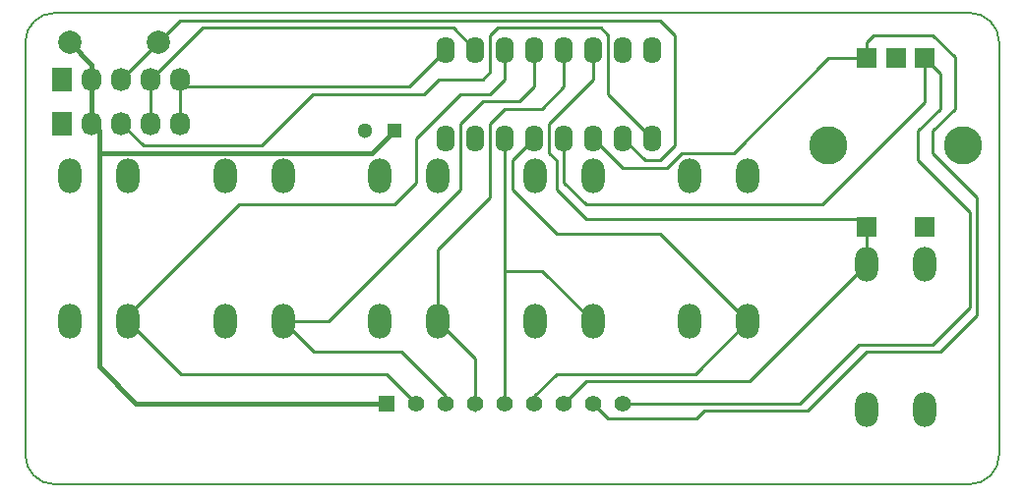
<source format=gtl>
G04 #@! TF.FileFunction,Copper,L1,Top,Signal*
%FSLAX46Y46*%
G04 Gerber Fmt 4.6, Leading zero omitted, Abs format (unit mm)*
G04 Created by KiCad (PCBNEW 4.0.2-4+6225~38~ubuntu14.04.1-stable) date jeu. 24 mars 2016 21:10:25 CET*
%MOMM*%
G01*
G04 APERTURE LIST*
%ADD10C,0.150000*%
%ADD11O,1.600000X2.300000*%
%ADD12R,1.727200X2.032000*%
%ADD13O,1.727200X2.032000*%
%ADD14R,1.750060X1.750060*%
%ADD15C,3.299460*%
%ADD16O,1.998980X2.999740*%
%ADD17R,1.300000X1.300000*%
%ADD18C,1.300000*%
%ADD19R,1.397000X1.397000*%
%ADD20C,1.397000*%
%ADD21C,1.998980*%
%ADD22C,0.400000*%
%ADD23C,0.254000*%
G04 APERTURE END LIST*
D10*
X168910000Y-88900000D02*
G75*
G03X166370000Y-86360000I-2540000J0D01*
G01*
X166370000Y-127000000D02*
G75*
G03X168910000Y-124460000I0J2540000D01*
G01*
X85090000Y-124460000D02*
G75*
G03X87630000Y-127000000I2540000J0D01*
G01*
X87630000Y-86360000D02*
G75*
G03X85090000Y-88900000I0J-2540000D01*
G01*
X85090000Y-124460000D02*
X85090000Y-88900000D01*
X166370000Y-127000000D02*
X87630000Y-127000000D01*
X168910000Y-88900000D02*
X168910000Y-124460000D01*
X87630000Y-86360000D02*
X166370000Y-86360000D01*
D11*
X121285000Y-89535000D03*
X123825000Y-89535000D03*
X126365000Y-89535000D03*
X128905000Y-89535000D03*
X131445000Y-89535000D03*
X133985000Y-89535000D03*
X136525000Y-89535000D03*
X139065000Y-89535000D03*
X139065000Y-97155000D03*
X136525000Y-97155000D03*
X133985000Y-97155000D03*
X131445000Y-97155000D03*
X128905000Y-97155000D03*
X126365000Y-97155000D03*
X123825000Y-97155000D03*
X121285000Y-97155000D03*
D12*
X88265000Y-95885000D03*
D13*
X90805000Y-95885000D03*
X93345000Y-95885000D03*
X95885000Y-95885000D03*
X98425000Y-95885000D03*
D12*
X88265000Y-92075000D03*
D13*
X90805000Y-92075000D03*
X93345000Y-92075000D03*
X95885000Y-92075000D03*
X98425000Y-92075000D03*
D14*
X157520640Y-90289380D03*
X160020000Y-90233500D03*
X162519360Y-90289380D03*
D15*
X154221180Y-97790000D03*
X165818820Y-97790000D03*
D14*
X157520640Y-104790240D03*
X162519360Y-104790240D03*
D16*
X93939360Y-100429060D03*
X93939360Y-112930940D03*
X88940640Y-112930940D03*
X88940640Y-100429060D03*
X107274360Y-100429060D03*
X107274360Y-112930940D03*
X102275640Y-112930940D03*
X102275640Y-100429060D03*
X120609360Y-100429060D03*
X120609360Y-112930940D03*
X115610640Y-112930940D03*
X115610640Y-100429060D03*
X133944360Y-100429060D03*
X133944360Y-112930940D03*
X128945640Y-112930940D03*
X128945640Y-100429060D03*
X147279360Y-100429060D03*
X147279360Y-112930940D03*
X142280640Y-112930940D03*
X142280640Y-100429060D03*
X157520640Y-120550940D03*
X157520640Y-108049060D03*
X162519360Y-108049060D03*
X162519360Y-120550940D03*
D17*
X116840000Y-96520000D03*
D18*
X114340000Y-96520000D03*
D19*
X116205000Y-120015000D03*
D20*
X118745000Y-120015000D03*
X121285000Y-120015000D03*
X123825000Y-120015000D03*
X126365000Y-120015000D03*
X128905000Y-120015000D03*
X131445000Y-120015000D03*
X133985000Y-120015000D03*
X136525000Y-120015000D03*
D21*
X96520000Y-88900000D03*
X88900000Y-88900000D03*
D22*
X91440000Y-98425000D02*
X114935000Y-98425000D01*
X114935000Y-98425000D02*
X116840000Y-96520000D01*
X90805000Y-95885000D02*
X91440000Y-96520000D01*
X91440000Y-96520000D02*
X91440000Y-98425000D01*
X91440000Y-98425000D02*
X91440000Y-114935000D01*
X91440000Y-114935000D02*
X91440000Y-115570000D01*
X90805000Y-92075000D02*
X90805000Y-90805000D01*
X90805000Y-90805000D02*
X88900000Y-88900000D01*
X90805000Y-92075000D02*
X90805000Y-95885000D01*
X91440000Y-115570000D02*
X91440000Y-116840000D01*
X91440000Y-116840000D02*
X94615000Y-120015000D01*
X94615000Y-120015000D02*
X116205000Y-120015000D01*
D23*
X121285000Y-89535000D02*
X118110000Y-92710000D01*
X118110000Y-92710000D02*
X99060000Y-92710000D01*
X98425000Y-92075000D02*
X99060000Y-92710000D01*
X98425000Y-95885000D02*
X98425000Y-92075000D01*
X95885000Y-92075000D02*
X100330000Y-87630000D01*
X121920000Y-87630000D02*
X123825000Y-89535000D01*
X100330000Y-87630000D02*
X121920000Y-87630000D01*
X95885000Y-92075000D02*
X95885000Y-95885000D01*
X109855000Y-93345000D02*
X119380000Y-93345000D01*
X109220000Y-93980000D02*
X109855000Y-93345000D01*
X95250000Y-97790000D02*
X105410000Y-97790000D01*
X105410000Y-97790000D02*
X109220000Y-93980000D01*
X93345000Y-95885000D02*
X95250000Y-97790000D01*
X135255000Y-93345000D02*
X139065000Y-97155000D01*
X135255000Y-88265000D02*
X135255000Y-93345000D01*
X134620000Y-87630000D02*
X135255000Y-88265000D01*
X125730000Y-87630000D02*
X134620000Y-87630000D01*
X125095000Y-88265000D02*
X125730000Y-87630000D01*
X125095000Y-91440000D02*
X125095000Y-88265000D01*
X124460000Y-92075000D02*
X125095000Y-91440000D01*
X120650000Y-92075000D02*
X124460000Y-92075000D01*
X119380000Y-93345000D02*
X120650000Y-92075000D01*
X96520000Y-88900000D02*
X98425000Y-86995000D01*
X93345000Y-92075000D02*
X96520000Y-88900000D01*
X138430000Y-99060000D02*
X136525000Y-97155000D01*
X139700000Y-99060000D02*
X138430000Y-99060000D01*
X140970000Y-97790000D02*
X139700000Y-99060000D01*
X140970000Y-88265000D02*
X140970000Y-97790000D01*
X139700000Y-86995000D02*
X140970000Y-88265000D01*
X98425000Y-86995000D02*
X139700000Y-86995000D01*
X133985000Y-97155000D02*
X136525000Y-99695000D01*
X146050000Y-98425000D02*
X154185620Y-90289380D01*
X154185620Y-90289380D02*
X157520640Y-90289380D01*
X141605000Y-98425000D02*
X146050000Y-98425000D01*
X140335000Y-99695000D02*
X141605000Y-98425000D01*
X136525000Y-99695000D02*
X140335000Y-99695000D01*
X157520640Y-88859360D02*
X157520640Y-90289380D01*
X158115000Y-88265000D02*
X157520640Y-88859360D01*
X163195000Y-88265000D02*
X158115000Y-88265000D01*
X165100000Y-90170000D02*
X163195000Y-88265000D01*
X165100000Y-94615000D02*
X165100000Y-90170000D01*
X163195000Y-96520000D02*
X165100000Y-94615000D01*
X163195000Y-98425000D02*
X163195000Y-96520000D01*
X167005000Y-102235000D02*
X163195000Y-98425000D01*
X167005000Y-112395000D02*
X167005000Y-102235000D01*
X163830000Y-115570000D02*
X167005000Y-112395000D01*
X135255000Y-121285000D02*
X142875000Y-121285000D01*
X142875000Y-121285000D02*
X143510000Y-120650000D01*
X143510000Y-120650000D02*
X152400000Y-120650000D01*
X152400000Y-120650000D02*
X157480000Y-115570000D01*
X157480000Y-115570000D02*
X163830000Y-115570000D01*
X133985000Y-120015000D02*
X135255000Y-121285000D01*
X136525000Y-120015000D02*
X151765000Y-120015000D01*
X163830000Y-91600020D02*
X162519360Y-90289380D01*
X163830000Y-94615000D02*
X163830000Y-91600020D01*
X161925000Y-96520000D02*
X163830000Y-94615000D01*
X161925000Y-99060000D02*
X161925000Y-96520000D01*
X166370000Y-103505000D02*
X161925000Y-99060000D01*
X166370000Y-111760000D02*
X166370000Y-103505000D01*
X163195000Y-114935000D02*
X166370000Y-111760000D01*
X156845000Y-114935000D02*
X163195000Y-114935000D01*
X151765000Y-120015000D02*
X156845000Y-114935000D01*
X131445000Y-97155000D02*
X131445000Y-100965000D01*
X162519360Y-94020640D02*
X162519360Y-90289380D01*
X153670000Y-102870000D02*
X162519360Y-94020640D01*
X133350000Y-102870000D02*
X153670000Y-102870000D01*
X131445000Y-100965000D02*
X133350000Y-102870000D01*
X130175000Y-98425000D02*
X130175000Y-95885000D01*
X130175000Y-98425000D02*
X130810000Y-99060000D01*
X130810000Y-99060000D02*
X130810000Y-101600000D01*
X130810000Y-101600000D02*
X133350000Y-104140000D01*
X156870400Y-104140000D02*
X133350000Y-104140000D01*
X133985000Y-92075000D02*
X133985000Y-89535000D01*
X130175000Y-95885000D02*
X133985000Y-92075000D01*
X131445000Y-120015000D02*
X133350000Y-118110000D01*
X147459700Y-118110000D02*
X157520640Y-108049060D01*
X133350000Y-118110000D02*
X147459700Y-118110000D01*
X157520640Y-108049060D02*
X157520640Y-104790240D01*
X156870400Y-104140000D02*
X157520640Y-104790240D01*
X93939360Y-112930940D02*
X98483420Y-117475000D01*
X116205000Y-117475000D02*
X118745000Y-120015000D01*
X98483420Y-117475000D02*
X116205000Y-117475000D01*
X120650000Y-95250000D02*
X122555000Y-93345000D01*
X118745000Y-97155000D02*
X120650000Y-95250000D01*
X103505000Y-102870000D02*
X115570000Y-102870000D01*
X93939360Y-112435640D02*
X103505000Y-102870000D01*
X116840000Y-102870000D02*
X118745000Y-100965000D01*
X116205000Y-102870000D02*
X116840000Y-102870000D01*
X115570000Y-102870000D02*
X116205000Y-102870000D01*
X118745000Y-100965000D02*
X118745000Y-97155000D01*
X126365000Y-92075000D02*
X126365000Y-89535000D01*
X125095000Y-93345000D02*
X126365000Y-92075000D01*
X122555000Y-93345000D02*
X125095000Y-93345000D01*
X93939360Y-112930940D02*
X93939360Y-112435640D01*
X122555000Y-95885000D02*
X124460000Y-93980000D01*
X107274360Y-112930940D02*
X111224060Y-112930940D01*
X111224060Y-112930940D02*
X122555000Y-101600000D01*
X122555000Y-101600000D02*
X122555000Y-95885000D01*
X128905000Y-92710000D02*
X128905000Y-89535000D01*
X127635000Y-93980000D02*
X128905000Y-92710000D01*
X124460000Y-93980000D02*
X127635000Y-93980000D01*
X107274360Y-112930940D02*
X107414060Y-112930940D01*
X121285000Y-120015000D02*
X121285000Y-119380000D01*
X121285000Y-119380000D02*
X117475000Y-115570000D01*
X117475000Y-115570000D02*
X109913420Y-115570000D01*
X109913420Y-115570000D02*
X107274360Y-112930940D01*
X125095000Y-95885000D02*
X126365000Y-94615000D01*
X120609360Y-106720640D02*
X125095000Y-102235000D01*
X125095000Y-102235000D02*
X125095000Y-95885000D01*
X120609360Y-112930940D02*
X120609360Y-106720640D01*
X131445000Y-92710000D02*
X131445000Y-89535000D01*
X129540000Y-94615000D02*
X131445000Y-92710000D01*
X126365000Y-94615000D02*
X129540000Y-94615000D01*
X123825000Y-120015000D02*
X123825000Y-120650000D01*
X123825000Y-120015000D02*
X123825000Y-116146580D01*
X123825000Y-116146580D02*
X120609360Y-112930940D01*
X132080000Y-105410000D02*
X130810000Y-105410000D01*
X139758420Y-105410000D02*
X132080000Y-105410000D01*
X147279360Y-112930940D02*
X139758420Y-105410000D01*
X127000000Y-99060000D02*
X128905000Y-97155000D01*
X127000000Y-101600000D02*
X127000000Y-99060000D01*
X130810000Y-105410000D02*
X127000000Y-101600000D01*
X128905000Y-120015000D02*
X128905000Y-119380000D01*
X128905000Y-119380000D02*
X130810000Y-117475000D01*
X130810000Y-117475000D02*
X142735300Y-117475000D01*
X142735300Y-117475000D02*
X147279360Y-112930940D01*
X126365000Y-120015000D02*
X126365000Y-108585000D01*
X126365000Y-108585000D02*
X129598420Y-108585000D01*
X129598420Y-108585000D02*
X133944360Y-112930940D01*
X126365000Y-108585000D02*
X126365000Y-97155000D01*
M02*

</source>
